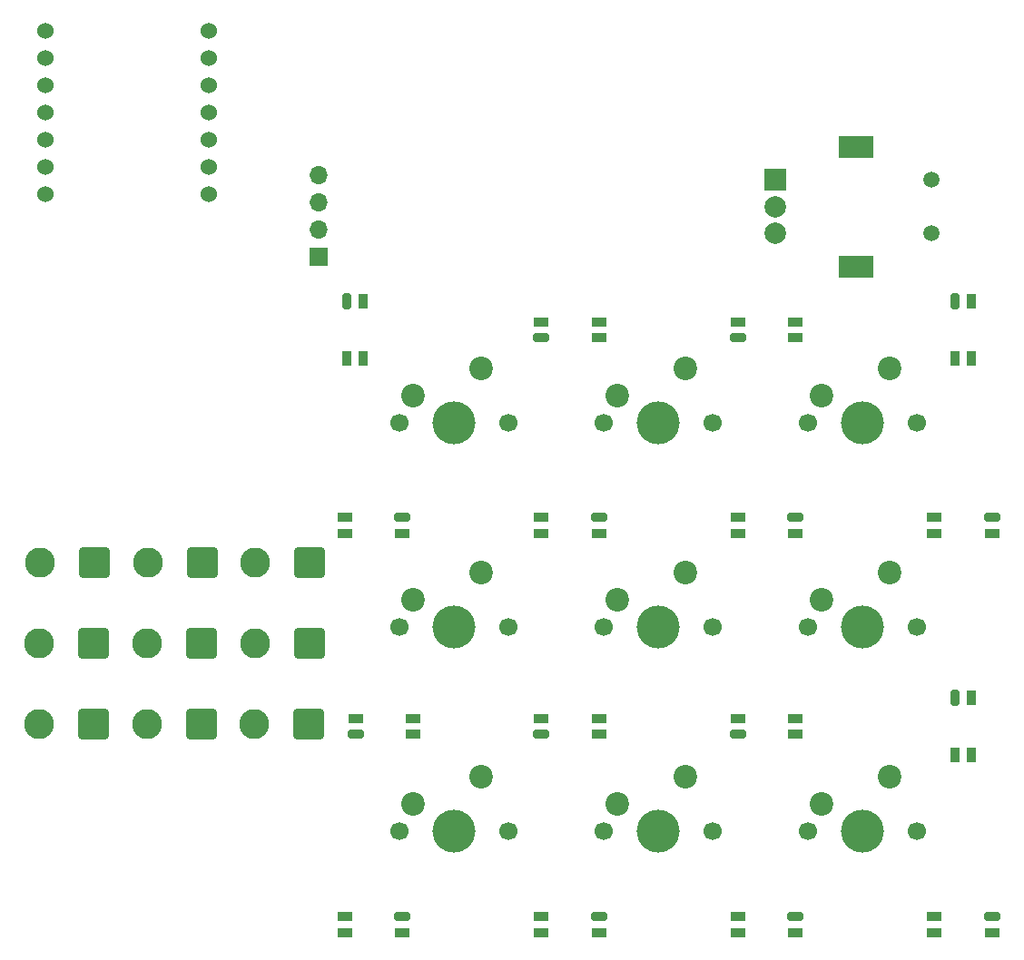
<source format=gbr>
%TF.GenerationSoftware,KiCad,Pcbnew,9.0.2*%
%TF.CreationDate,2025-06-22T22:22:16+03:00*%
%TF.ProjectId,macropad,6d616372-6f70-4616-942e-6b696361645f,rev?*%
%TF.SameCoordinates,Original*%
%TF.FileFunction,Soldermask,Top*%
%TF.FilePolarity,Negative*%
%FSLAX46Y46*%
G04 Gerber Fmt 4.6, Leading zero omitted, Abs format (unit mm)*
G04 Created by KiCad (PCBNEW 9.0.2) date 2025-06-22 22:22:16*
%MOMM*%
%LPD*%
G01*
G04 APERTURE LIST*
G04 Aperture macros list*
%AMRoundRect*
0 Rectangle with rounded corners*
0 $1 Rounding radius*
0 $2 $3 $4 $5 $6 $7 $8 $9 X,Y pos of 4 corners*
0 Add a 4 corners polygon primitive as box body*
4,1,4,$2,$3,$4,$5,$6,$7,$8,$9,$2,$3,0*
0 Add four circle primitives for the rounded corners*
1,1,$1+$1,$2,$3*
1,1,$1+$1,$4,$5*
1,1,$1+$1,$6,$7*
1,1,$1+$1,$8,$9*
0 Add four rect primitives between the rounded corners*
20,1,$1+$1,$2,$3,$4,$5,0*
20,1,$1+$1,$4,$5,$6,$7,0*
20,1,$1+$1,$6,$7,$8,$9,0*
20,1,$1+$1,$8,$9,$2,$3,0*%
G04 Aperture macros list end*
%ADD10R,1.450000X0.820000*%
%ADD11RoundRect,0.205000X-0.520000X-0.205000X0.520000X-0.205000X0.520000X0.205000X-0.520000X0.205000X0*%
%ADD12C,1.700000*%
%ADD13C,4.000000*%
%ADD14C,2.200000*%
%ADD15RoundRect,0.205000X0.520000X0.205000X-0.520000X0.205000X-0.520000X-0.205000X0.520000X-0.205000X0*%
%ADD16R,0.820000X1.450000*%
%ADD17RoundRect,0.205000X0.205000X-0.520000X0.205000X0.520000X-0.205000X0.520000X-0.205000X-0.520000X0*%
%ADD18R,1.700000X1.700000*%
%ADD19O,1.700000X1.700000*%
%ADD20C,1.500000*%
%ADD21R,2.000000X2.000000*%
%ADD22C,2.000000*%
%ADD23R,3.200000X2.000000*%
%ADD24RoundRect,0.250001X1.149999X1.149999X-1.149999X1.149999X-1.149999X-1.149999X1.149999X-1.149999X0*%
%ADD25C,2.800000*%
%ADD26C,1.524000*%
G04 APERTURE END LIST*
D10*
%TO.C,D24*%
X158658333Y-140000000D03*
X158658333Y-138500000D03*
D11*
X164008333Y-138500000D03*
D10*
X164008333Y-140000000D03*
%TD*%
%TO.C,D15*%
X176991667Y-102750000D03*
X176991667Y-101250000D03*
D11*
X182341667Y-101250000D03*
D10*
X182341667Y-102750000D03*
%TD*%
D12*
%TO.C,SW4*%
X164500000Y-92400000D03*
D13*
X169580000Y-92400000D03*
D12*
X174660000Y-92400000D03*
D14*
X172120000Y-87320000D03*
X165770000Y-89860000D03*
%TD*%
D10*
%TO.C,D11*%
X164008333Y-83000000D03*
X164008333Y-84500000D03*
D15*
X158658333Y-84500000D03*
D10*
X158658333Y-83000000D03*
%TD*%
%TO.C,D25*%
X140325000Y-140000000D03*
X140325000Y-138500000D03*
D11*
X145675000Y-138500000D03*
D10*
X145675000Y-140000000D03*
%TD*%
D12*
%TO.C,SW1*%
X145450000Y-92400000D03*
D13*
X150530000Y-92400000D03*
D12*
X155610000Y-92400000D03*
D14*
X153070000Y-87320000D03*
X146720000Y-89860000D03*
%TD*%
D10*
%TO.C,D19*%
X164008333Y-120000000D03*
X164008333Y-121500000D03*
D15*
X158658333Y-121500000D03*
D10*
X158658333Y-120000000D03*
%TD*%
%TO.C,D22*%
X195325000Y-140000000D03*
X195325000Y-138500000D03*
D11*
X200675000Y-138500000D03*
D10*
X200675000Y-140000000D03*
%TD*%
%TO.C,D20*%
X182341667Y-120000000D03*
X182341667Y-121500000D03*
D15*
X176991667Y-121500000D03*
D10*
X176991667Y-120000000D03*
%TD*%
D12*
%TO.C,SW6*%
X164500000Y-130500000D03*
D13*
X169580000Y-130500000D03*
D12*
X174660000Y-130500000D03*
D14*
X172120000Y-125420000D03*
X165770000Y-127960000D03*
%TD*%
D10*
%TO.C,D18*%
X146675000Y-120000000D03*
X146675000Y-121500000D03*
D15*
X141325000Y-121500000D03*
D10*
X141325000Y-120000000D03*
%TD*%
%TO.C,D12*%
X182341667Y-83000000D03*
X182341667Y-84500000D03*
D15*
X176991667Y-84500000D03*
D10*
X176991667Y-83000000D03*
%TD*%
D16*
%TO.C,D10*%
X142000000Y-86425000D03*
X140500000Y-86425000D03*
D17*
X140500000Y-81075000D03*
D16*
X142000000Y-81075000D03*
%TD*%
D12*
%TO.C,SW5*%
X164500000Y-111450000D03*
D13*
X169580000Y-111450000D03*
D12*
X174660000Y-111450000D03*
D14*
X172120000Y-106370000D03*
X165770000Y-108910000D03*
%TD*%
D12*
%TO.C,SW2*%
X145450000Y-111450000D03*
D13*
X150530000Y-111450000D03*
D12*
X155610000Y-111450000D03*
D14*
X153070000Y-106370000D03*
X146720000Y-108910000D03*
%TD*%
D10*
%TO.C,D23*%
X176991667Y-140000000D03*
X176991667Y-138500000D03*
D11*
X182341667Y-138500000D03*
D10*
X182341667Y-140000000D03*
%TD*%
D12*
%TO.C,SW3*%
X145450000Y-130500000D03*
D13*
X150530000Y-130500000D03*
D12*
X155610000Y-130500000D03*
D14*
X153070000Y-125420000D03*
X146720000Y-127960000D03*
%TD*%
D12*
%TO.C,SW8*%
X183550000Y-111450000D03*
D13*
X188630000Y-111450000D03*
D12*
X193710000Y-111450000D03*
D14*
X191170000Y-106370000D03*
X184820000Y-108910000D03*
%TD*%
D12*
%TO.C,SW7*%
X183550000Y-92400000D03*
D13*
X188630000Y-92400000D03*
D12*
X193710000Y-92400000D03*
D14*
X191170000Y-87320000D03*
X184820000Y-89860000D03*
%TD*%
D16*
%TO.C,D21*%
X198750000Y-123425000D03*
X197250000Y-123425000D03*
D17*
X197250000Y-118075000D03*
D16*
X198750000Y-118075000D03*
%TD*%
D10*
%TO.C,D14*%
X195325000Y-102750000D03*
X195325000Y-101250000D03*
D11*
X200675000Y-101250000D03*
D10*
X200675000Y-102750000D03*
%TD*%
D12*
%TO.C,SW9*%
X183550000Y-130500000D03*
D13*
X188630000Y-130500000D03*
D12*
X193710000Y-130500000D03*
D14*
X191170000Y-125420000D03*
X184820000Y-127960000D03*
%TD*%
D18*
%TO.C,OLED1*%
X137885000Y-76945000D03*
D19*
X137885000Y-74405000D03*
X137885000Y-71865000D03*
X137885000Y-69325000D03*
%TD*%
D10*
%TO.C,D17*%
X140325000Y-102750000D03*
X140325000Y-101250000D03*
D11*
X145675000Y-101250000D03*
D10*
X145675000Y-102750000D03*
%TD*%
%TO.C,D16*%
X158658333Y-102750000D03*
X158658333Y-101250000D03*
D11*
X164008333Y-101250000D03*
D10*
X164008333Y-102750000D03*
%TD*%
D16*
%TO.C,D13*%
X198750000Y-86425000D03*
X197250000Y-86425000D03*
D17*
X197250000Y-81075000D03*
D16*
X198750000Y-81075000D03*
%TD*%
D20*
%TO.C,SW10*%
X195000000Y-69750000D03*
X195000000Y-74750000D03*
D21*
X180500000Y-69750000D03*
D22*
X180500000Y-74750000D03*
X180500000Y-72250000D03*
D23*
X188000000Y-66650000D03*
X188000000Y-77850000D03*
%TD*%
D24*
%TO.C,D1*%
X117000000Y-105500000D03*
D25*
X111920000Y-105500000D03*
%TD*%
D24*
%TO.C,D8*%
X137000000Y-113000000D03*
D25*
X131920000Y-113000000D03*
%TD*%
D24*
%TO.C,D9*%
X136920000Y-120500000D03*
D25*
X131840000Y-120500000D03*
%TD*%
D24*
%TO.C,D7*%
X137000000Y-105500000D03*
D25*
X131920000Y-105500000D03*
%TD*%
D24*
%TO.C,D5*%
X126920000Y-113000000D03*
D25*
X121840000Y-113000000D03*
%TD*%
D24*
%TO.C,D6*%
X126920000Y-120500000D03*
D25*
X121840000Y-120500000D03*
%TD*%
D26*
%TO.C,U1*%
X127620000Y-55880000D03*
X127620000Y-58420000D03*
X127620000Y-60960000D03*
X127620000Y-63500000D03*
X127620000Y-66040000D03*
X127620000Y-68580000D03*
X127620000Y-71120000D03*
X112380000Y-71120000D03*
X112380000Y-68580000D03*
X112380000Y-66040000D03*
X112380000Y-63500000D03*
X112380000Y-60960000D03*
X112380000Y-58420000D03*
X112380000Y-55880000D03*
%TD*%
D24*
%TO.C,D3*%
X116920000Y-120500000D03*
D25*
X111840000Y-120500000D03*
%TD*%
D24*
%TO.C,D2*%
X116920000Y-113000000D03*
D25*
X111840000Y-113000000D03*
%TD*%
D24*
%TO.C,D4*%
X127080000Y-105500000D03*
D25*
X122000000Y-105500000D03*
%TD*%
M02*

</source>
